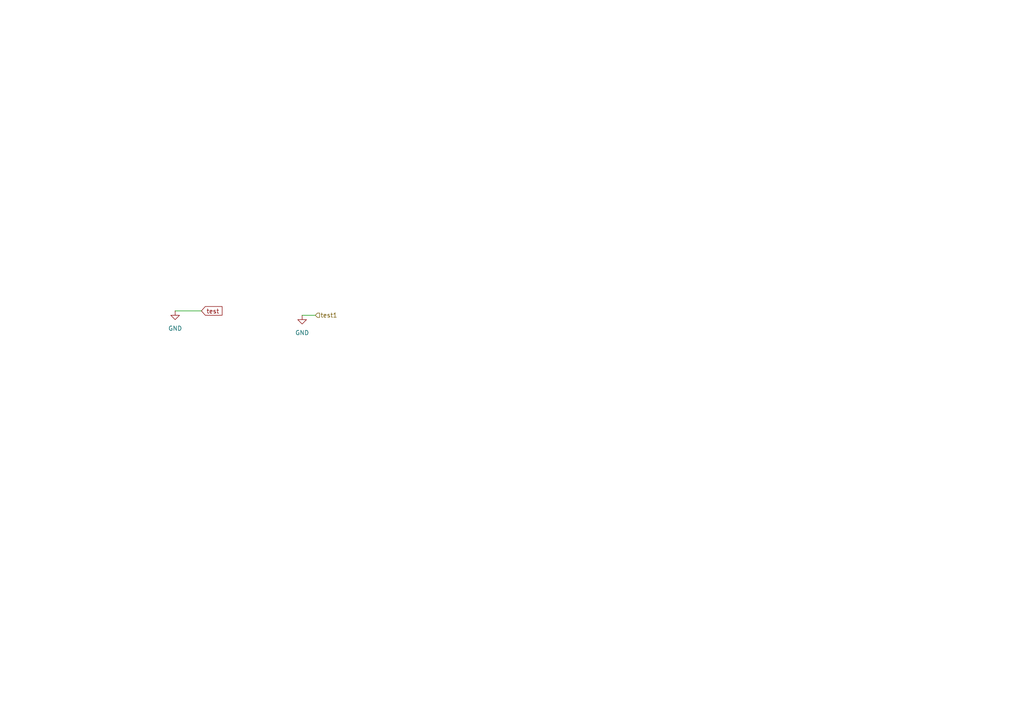
<source format=kicad_sch>
(kicad_sch (version 20231120) (generator "eeschema") (generator_version "8.0")
  (paper "A4")
  (lib_symbols
    (symbol "power:GND" (power) (pin_numbers hide) (pin_names (offset 0) hide)
      (property "Value" "GND" (at 0 -3.81 0))
      (symbol "GND_0_1"
        (polyline (pts (xy 0 0) (xy 0 -1.27) (xy 1.27 -1.27) (xy 0 -2.54) (xy -1.27 -1.27) (xy 0 -1.27)))
      )
      (symbol "GND_1_1"
        (pin power_in line (at 0 0 270) (length 0) (name "~") (number "1"))
      )
    )
  )
  (wire (pts (xy 87.63 91.44) (xy 91.44 91.44)))
  (wire (pts (xy 50.8 90.17) (xy 58.42 90.17)))
  (global_label "test" (shape input) (at 58.42 90.17 0) (property "Intersheetrefs" "${INTERSHEET_REFS}" (effects (hide yes))))
  (hierarchical_label "test1" (shape input) (at 91.44 91.44 0))
  (symbol (lib_id "power:GND") (at 87.63 91.44 0) (unit 1)
    (property "Reference" "#PWR021" (effects (hide yes)))
    (property "Value" "GND" (at 87.63 96.52 0))
    (property "Description" "Power symbol creates a global label with name \"GND\" , ground" (effects (hide yes)))
  )
  (symbol (lib_id "power:GND") (at 50.8 90.17 0) (unit 1)
    (property "Reference" "#PWR019" (effects (hide yes)))
    (property "Value" "GND" (at 50.8 95.25 0))
    (property "Description" "Power symbol creates a global label with name \"GND\" , ground" (effects (hide yes)))
  )
)
</source>
